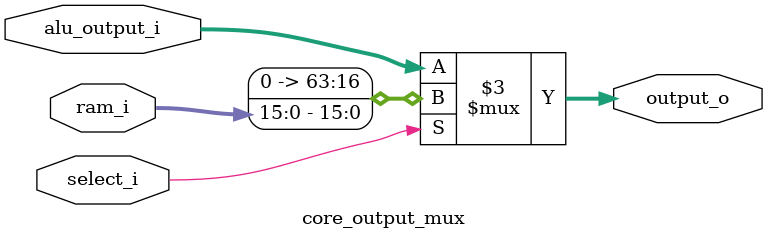
<source format=v>
module core_output_mux (
  input [63:0] alu_output_i,
  input [15:0] ram_i,

  input select_i,

  output reg [63:0] output_o
);

always @(*) begin
  if (select_i)
    output_o = { 48'd0, ram_i };
  else
    output_o = alu_output_i;
  end
endmodule

</source>
